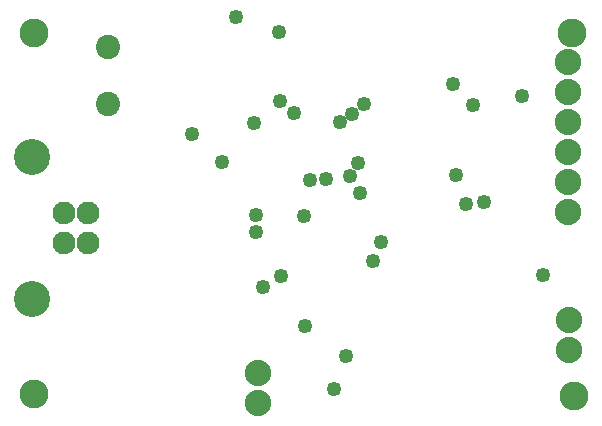
<source format=gbs>
G04 MADE WITH FRITZING*
G04 WWW.FRITZING.ORG*
G04 DOUBLE SIDED*
G04 HOLES PLATED*
G04 CONTOUR ON CENTER OF CONTOUR VECTOR*
%ASAXBY*%
%FSLAX23Y23*%
%MOIN*%
%OFA0B0*%
%SFA1.0B1.0*%
%ADD10C,0.076000*%
%ADD11C,0.120000*%
%ADD12C,0.080925*%
%ADD13C,0.080866*%
%ADD14C,0.088000*%
%ADD15C,0.096614*%
%ADD16C,0.049370*%
%LNMASK0*%
G90*
G70*
G54D10*
X283Y592D03*
X283Y690D03*
X205Y690D03*
X205Y592D03*
G54D11*
X98Y404D03*
X98Y878D03*
G54D12*
X349Y1246D03*
G54D13*
X349Y1053D03*
G54D14*
X1888Y235D03*
X1888Y335D03*
X1885Y1193D03*
X1885Y1093D03*
X1885Y993D03*
X1885Y893D03*
X1885Y793D03*
X1885Y693D03*
G54D15*
X1902Y81D03*
X104Y88D03*
X1896Y1292D03*
X102Y1291D03*
G54D16*
X845Y628D03*
X845Y683D03*
X928Y482D03*
X868Y445D03*
X1542Y722D03*
X1799Y485D03*
X1142Y213D03*
X1102Y106D03*
X1024Y800D03*
X1077Y805D03*
X729Y861D03*
X630Y955D03*
X919Y1294D03*
X1731Y1082D03*
X778Y1343D03*
X1501Y1121D03*
X1122Y995D03*
X1162Y1021D03*
X1205Y1054D03*
X971Y1025D03*
X1182Y857D03*
X836Y992D03*
X1003Y680D03*
X1006Y316D03*
X1191Y757D03*
X1511Y819D03*
X1158Y813D03*
X1603Y727D03*
X1261Y594D03*
X922Y1065D03*
X1566Y1050D03*
X1232Y531D03*
G54D14*
X849Y159D03*
X849Y59D03*
G04 End of Mask0*
M02*
</source>
